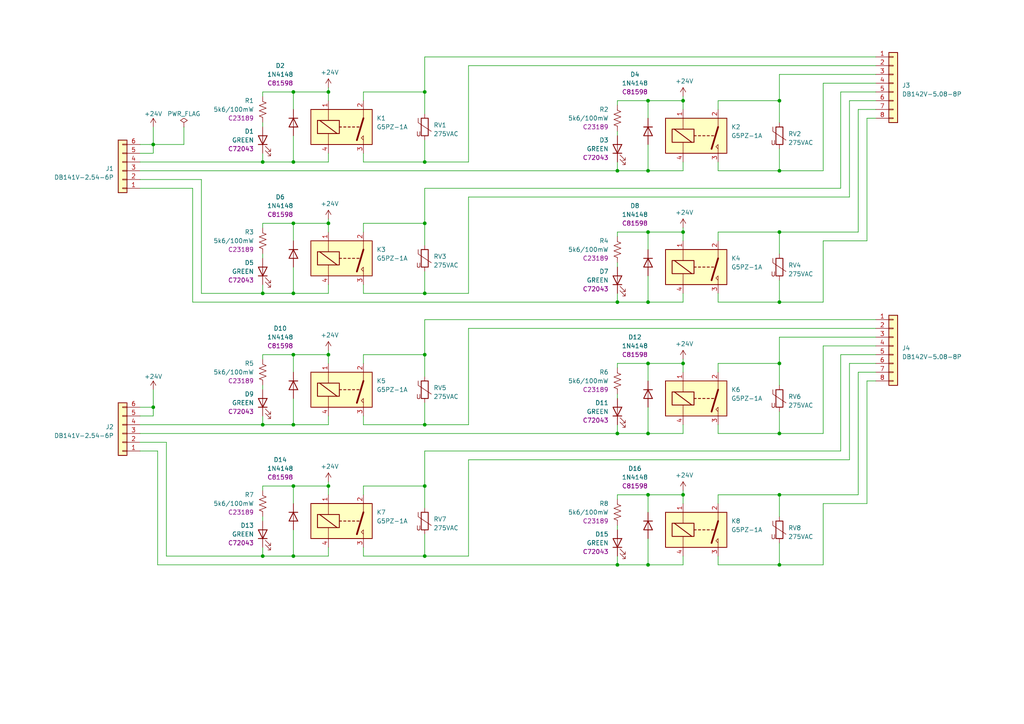
<source format=kicad_sch>
(kicad_sch (version 20230121) (generator eeschema)
  (paper "A4")
  (title_block (title "8x 24V 12A Relay Module") (date "2023-05-20") (rev "V1"))
  (lib_symbols
    (symbol "Connector_Generic:Conn_01x06" (pin_names (offset 1.016) hide)
      (property "Reference" "J" (at 0 7.62 0))
      (property "Value" "Conn_01x06" (at 0 -10.16 0))
      (symbol "Conn_01x06_1_1"
        (rectangle (start -1.27 -7.493) (end 0 -7.747) (stroke (width 0.1524)))
        (rectangle (start -1.27 -4.953) (end 0 -5.207) (stroke (width 0.1524)))
        (rectangle (start -1.27 -2.413) (end 0 -2.667) (stroke (width 0.1524)))
        (rectangle (start -1.27 0.127) (end 0 -0.127) (stroke (width 0.1524)))
        (rectangle (start -1.27 2.667) (end 0 2.413) (stroke (width 0.1524)))
        (rectangle (start -1.27 5.207) (end 0 4.953) (stroke (width 0.1524)))
        (rectangle (start -1.27 6.35) (end 1.27 -8.89) (stroke (width 0.254)) (fill (type background)))
        (pin passive line (at -5.08 5.08 0) (length 3.81) (name "Pin_1") (number "1"))
        (pin passive line (at -5.08 2.54 0) (length 3.81) (name "Pin_2") (number "2"))
        (pin passive line (at -5.08 0 0) (length 3.81) (name "Pin_3") (number "3"))
        (pin passive line (at -5.08 -2.54 0) (length 3.81) (name "Pin_4") (number "4"))
        (pin passive line (at -5.08 -5.08 0) (length 3.81) (name "Pin_5") (number "5"))
        (pin passive line (at -5.08 -7.62 0) (length 3.81) (name "Pin_6") (number "6"))
      )
    )
    (symbol "Connector_Generic:Conn_01x08" (pin_names (offset 1.016) hide)
      (property "Reference" "J" (at 0 10.16 0))
      (property "Value" "Conn_01x08" (at 0 -12.7 0))
      (symbol "Conn_01x08_1_1"
        (rectangle (start -1.27 -10.033) (end 0 -10.287) (stroke (width 0.1524)))
        (rectangle (start -1.27 -7.493) (end 0 -7.747) (stroke (width 0.1524)))
        (rectangle (start -1.27 -4.953) (end 0 -5.207) (stroke (width 0.1524)))
        (rectangle (start -1.27 -2.413) (end 0 -2.667) (stroke (width 0.1524)))
        (rectangle (start -1.27 0.127) (end 0 -0.127) (stroke (width 0.1524)))
        (rectangle (start -1.27 2.667) (end 0 2.413) (stroke (width 0.1524)))
        (rectangle (start -1.27 5.207) (end 0 4.953) (stroke (width 0.1524)))
        (rectangle (start -1.27 7.747) (end 0 7.493) (stroke (width 0.1524)))
        (rectangle (start -1.27 8.89) (end 1.27 -11.43) (stroke (width 0.254)) (fill (type background)))
        (pin passive line (at -5.08 7.62 0) (length 3.81) (name "Pin_1") (number "1"))
        (pin passive line (at -5.08 5.08 0) (length 3.81) (name "Pin_2") (number "2"))
        (pin passive line (at -5.08 2.54 0) (length 3.81) (name "Pin_3") (number "3"))
        (pin passive line (at -5.08 0 0) (length 3.81) (name "Pin_4") (number "4"))
        (pin passive line (at -5.08 -2.54 0) (length 3.81) (name "Pin_5") (number "5"))
        (pin passive line (at -5.08 -5.08 0) (length 3.81) (name "Pin_6") (number "6"))
        (pin passive line (at -5.08 -7.62 0) (length 3.81) (name "Pin_7") (number "7"))
        (pin passive line (at -5.08 -10.16 0) (length 3.81) (name "Pin_8") (number "8"))
      )
    )
    (symbol "Device:D" (pin_numbers hide) (pin_names (offset 1.016) hide)
      (property "Reference" "D" (at 0 2.54 0))
      (property "Value" "D" (at 0 -2.54 0))
      (symbol "D_0_1"
        (polyline (pts (xy -1.27 1.27) (xy -1.27 -1.27)) (stroke (width 0.254)))
        (polyline (pts (xy 1.27 0) (xy -1.27 0)))
        (polyline (pts (xy 1.27 1.27) (xy 1.27 -1.27) (xy -1.27 0) (xy 1.27 1.27)) (stroke (width 0.254)))
      )
      (symbol "D_1_1"
        (pin passive line (at -3.81 0 0) (length 2.54) (name "K") (number "1"))
        (pin passive line (at 3.81 0 180) (length 2.54) (name "A") (number "2"))
      )
    )
    (symbol "Device:LED" (pin_numbers hide) (pin_names (offset 1.016) hide)
      (property "Reference" "D" (at 0 2.54 0))
      (property "Value" "LED" (at 0 -2.54 0))
      (symbol "LED_0_1"
        (polyline (pts (xy -1.27 -1.27) (xy -1.27 1.27)) (stroke (width 0.254)))
        (polyline (pts (xy -1.27 0) (xy 1.27 0)))
        (polyline (pts (xy 1.27 -1.27) (xy 1.27 1.27) (xy -1.27 0) (xy 1.27 -1.27)) (stroke (width 0.254)))
        (polyline (pts (xy -3.048 -0.762) (xy -4.572 -2.286) (xy -3.81 -2.286) (xy -4.572 -2.286) (xy -4.572 -1.524)))
        (polyline (pts (xy -1.778 -0.762) (xy -3.302 -2.286) (xy -2.54 -2.286) (xy -3.302 -2.286) (xy -3.302 -1.524)))
      )
      (symbol "LED_1_1"
        (pin passive line (at -3.81 0 0) (length 2.54) (name "K") (number "1"))
        (pin passive line (at 3.81 0 180) (length 2.54) (name "A") (number "2"))
      )
    )
    (symbol "Device:R_US" (pin_numbers hide) (pin_names (offset 0))
      (property "Reference" "R" (at 2.54 0 90))
      (property "Value" "R_US" (at -2.54 0 90))
      (symbol "R_US_0_1"
        (polyline (pts (xy 0 -2.286) (xy 0 -2.54)))
        (polyline (pts (xy 0 2.286) (xy 0 2.54)))
        (polyline (pts (xy 0 -0.762) (xy 1.016 -1.143) (xy 0 -1.524) (xy -1.016 -1.905) (xy 0 -2.286)))
        (polyline (pts (xy 0 0.762) (xy 1.016 0.381) (xy 0 0) (xy -1.016 -0.381) (xy 0 -0.762)))
        (polyline (pts (xy 0 2.286) (xy 1.016 1.905) (xy 0 1.524) (xy -1.016 1.143) (xy 0 0.762)))
      )
      (symbol "R_US_1_1"
        (pin passive line (at 0 3.81 270) (length 1.27) (name "~") (number "1"))
        (pin passive line (at 0 -3.81 90) (length 1.27) (name "~") (number "2"))
      )
    )
    (symbol "Device:Varistor" (pin_numbers hide) (pin_names (offset 0))
      (property "Reference" "RV" (at 3.175 0 90))
      (property "Value" "Varistor" (at -3.175 0 90))
      (symbol "Varistor_0_0"
        (text "U" (at -1.778 -2.032 0) (effects (font (size 1.27 1.27))))
      )
      (symbol "Varistor_0_1"
        (rectangle (start -1.016 -2.54) (end 1.016 2.54) (stroke (width 0.254)))
        (polyline (pts (xy -1.905 2.54) (xy -1.905 1.27) (xy 1.905 -1.27)))
      )
      (symbol "Varistor_1_1"
        (pin passive line (at 0 3.81 270) (length 1.27) (name "~") (number "1"))
        (pin passive line (at 0 -3.81 90) (length 1.27) (name "~") (number "2"))
      )
    )
    (symbol "Tales:G5PZ-1A"
      (property "Reference" "K" (at 8.89 3.81 0))
      (property "Value" "G5PZ-1A" (at 8.89 1.27 0))
      (symbol "G5PZ-1A_0_0"
        (polyline (pts (xy 5.08 5.08) (xy 5.08 2.54) (xy 4.445 3.175) (xy 5.08 3.81)))
      )
      (symbol "G5PZ-1A_0_1"
        (rectangle (start -10.16 5.08) (end 7.62 -5.08) (stroke (width 0.254)) (fill (type background)))
        (rectangle (start -8.255 1.905) (end -1.905 -1.905) (stroke (width 0.254)))
        (polyline (pts (xy -7.62 -1.905) (xy -2.54 1.905)) (stroke (width 0.254)))
        (polyline (pts (xy -5.08 -5.08) (xy -5.08 -1.905)))
        (polyline (pts (xy -5.08 5.08) (xy -5.08 1.905)))
        (polyline (pts (xy -1.905 0) (xy -1.27 0)) (stroke (width 0.254)))
        (polyline (pts (xy -0.635 0) (xy 0 0)) (stroke (width 0.254)))
        (polyline (pts (xy 0.635 0) (xy 1.27 0)) (stroke (width 0.254)))
        (polyline (pts (xy 1.905 0) (xy 2.54 0)) (stroke (width 0.254)))
        (polyline (pts (xy 3.175 0) (xy 3.81 0)) (stroke (width 0.254)))
        (polyline (pts (xy 5.08 -2.54) (xy 3.175 3.81)) (stroke (width 0.508)))
        (polyline (pts (xy 5.08 -2.54) (xy 5.08 -5.08)))
      )
      (symbol "G5PZ-1A_1_1"
        (pin passive line (at -5.08 -7.62 90) (length 2.54) (name "~") (number "1"))
        (pin passive line (at 5.08 -7.62 90) (length 2.54) (name "~") (number "2"))
        (pin passive line (at 5.08 7.62 270) (length 2.54) (name "~") (number "3"))
        (pin passive line (at -5.08 7.62 270) (length 2.54) (name "~") (number "4"))
      )
    )
    (symbol "power:+24V" (power) (pin_names (offset 0))
      (property "Value" "+24V" (at 0 3.556 0))
      (symbol "+24V_0_1"
        (polyline (pts (xy -0.762 1.27) (xy 0 2.54)))
        (polyline (pts (xy 0 0) (xy 0 2.54)))
        (polyline (pts (xy 0 2.54) (xy 0.762 1.27)))
      )
      (symbol "+24V_1_1"
        (pin power_in line (at 0 0 90) (length 0) hide (name "+24V") (number "1"))
      )
    )
    (symbol "power:PWR_FLAG" (power) (pin_numbers hide) (pin_names (offset 0) hide)
      (property "Value" "PWR_FLAG" (at 0 3.81 0))
      (symbol "PWR_FLAG_0_0"
        (pin power_out line (at 0 0 90) (length 0) (name "pwr") (number "1"))
      )
      (symbol "PWR_FLAG_0_1"
        (polyline (pts (xy 0 0) (xy 0 1.27) (xy -1.016 1.905) (xy 0 2.54) (xy 1.016 1.905) (xy 0 1.27)))
      )
    )
  )
  (junction (at 226.06 105.41))
  (junction (at 187.96 163.83))
  (junction (at 198.12 105.41))
  (junction (at 123.19 140.97))
  (junction (at 76.2 85.09))
  (junction (at 198.12 29.21))
  (junction (at 187.96 125.73))
  (junction (at 95.25 102.87))
  (junction (at 44.45 41.91))
  (junction (at 123.19 161.29))
  (junction (at 123.19 64.77))
  (junction (at 187.96 49.53))
  (junction (at 226.06 125.73))
  (junction (at 226.06 49.53))
  (junction (at 226.06 67.31))
  (junction (at 76.2 161.29))
  (junction (at 179.07 163.83))
  (junction (at 187.96 67.31))
  (junction (at 85.09 85.09))
  (junction (at 179.07 125.73))
  (junction (at 95.25 64.77))
  (junction (at 85.09 123.19))
  (junction (at 85.09 64.77))
  (junction (at 123.19 46.99))
  (junction (at 76.2 123.19))
  (junction (at 85.09 26.67))
  (junction (at 85.09 140.97))
  (junction (at 44.45 118.11))
  (junction (at 226.06 143.51))
  (junction (at 95.25 140.97))
  (junction (at 95.25 26.67))
  (junction (at 226.06 87.63))
  (junction (at 85.09 161.29))
  (junction (at 226.06 163.83))
  (junction (at 187.96 143.51))
  (junction (at 123.19 102.87))
  (junction (at 226.06 29.21))
  (junction (at 179.07 49.53))
  (junction (at 198.12 143.51))
  (junction (at 179.07 87.63))
  (junction (at 187.96 87.63))
  (junction (at 85.09 102.87))
  (junction (at 198.12 67.31))
  (junction (at 123.19 85.09))
  (junction (at 123.19 26.67))
  (junction (at 85.09 46.99))
  (junction (at 187.96 105.41))
  (junction (at 187.96 29.21))
  (junction (at 123.19 123.19))
  (junction (at 76.2 46.99))
  (wire (pts (xy 135.89 133.35) (xy 135.89 161.29)))
  (wire (pts (xy 238.76 125.73) (xy 226.06 125.73)))
  (wire (pts (xy 76.2 46.99) (xy 85.09 46.99)))
  (wire (pts (xy 45.72 130.81) (xy 40.64 130.81)))
  (wire (pts (xy 123.19 16.51) (xy 123.19 26.67)))
  (wire (pts (xy 76.2 140.97) (xy 76.2 142.24)))
  (wire (pts (xy 123.19 85.09) (xy 105.41 85.09)))
  (wire (pts (xy 135.89 161.29) (xy 123.19 161.29)))
  (wire (pts (xy 58.42 85.09) (xy 76.2 85.09)))
  (wire (pts (xy 95.25 63.5) (xy 95.25 64.77)))
  (wire (pts (xy 179.07 38.1) (xy 179.07 39.37)))
  (wire (pts (xy 123.19 109.22) (xy 123.19 102.87)))
  (wire (pts (xy 243.84 130.81) (xy 243.84 102.87)))
  (wire (pts (xy 95.25 82.55) (xy 95.25 85.09)))
  (wire (pts (xy 179.07 161.29) (xy 179.07 163.83)))
  (wire (pts (xy 76.2 82.55) (xy 76.2 85.09)))
  (wire (pts (xy 208.28 161.29) (xy 208.28 163.83)))
  (wire (pts (xy 135.89 19.05) (xy 135.89 46.99)))
  (wire (pts (xy 123.19 130.81) (xy 243.84 130.81)))
  (wire (pts (xy 226.06 125.73) (xy 208.28 125.73)))
  (wire (pts (xy 123.19 154.94) (xy 123.19 161.29)))
  (wire (pts (xy 198.12 142.24) (xy 198.12 143.51)))
  (wire (pts (xy 187.96 163.83) (xy 198.12 163.83)))
  (wire (pts (xy 187.96 80.01) (xy 187.96 87.63)))
  (wire (pts (xy 187.96 49.53) (xy 198.12 49.53)))
  (wire (pts (xy 208.28 67.31) (xy 208.28 69.85)))
  (wire (pts (xy 238.76 146.05) (xy 251.46 146.05)))
  (wire (pts (xy 187.96 118.11) (xy 187.96 125.73)))
  (wire (pts (xy 40.64 118.11) (xy 44.45 118.11)))
  (wire (pts (xy 243.84 54.61) (xy 243.84 26.67)))
  (wire (pts (xy 85.09 31.75) (xy 85.09 26.67)))
  (wire (pts (xy 226.06 163.83) (xy 208.28 163.83)))
  (wire (pts (xy 198.12 46.99) (xy 198.12 49.53)))
  (wire (pts (xy 44.45 41.91) (xy 44.45 36.83)))
  (wire (pts (xy 40.64 46.99) (xy 76.2 46.99)))
  (wire (pts (xy 179.07 67.31) (xy 179.07 68.58)))
  (wire (pts (xy 208.28 29.21) (xy 208.28 31.75)))
  (wire (pts (xy 179.07 123.19) (xy 179.07 125.73)))
  (wire (pts (xy 85.09 161.29) (xy 95.25 161.29)))
  (wire (pts (xy 226.06 111.76) (xy 226.06 105.41)))
  (wire (pts (xy 123.19 46.99) (xy 105.41 46.99)))
  (wire (pts (xy 135.89 85.09) (xy 123.19 85.09)))
  (wire (pts (xy 135.89 57.15) (xy 246.38 57.15)))
  (wire (pts (xy 198.12 27.94) (xy 198.12 29.21)))
  (wire (pts (xy 85.09 26.67) (xy 95.25 26.67)))
  (wire (pts (xy 187.96 148.59) (xy 187.96 143.51)))
  (wire (pts (xy 40.64 120.65) (xy 44.45 120.65)))
  (wire (pts (xy 248.92 67.31) (xy 248.92 31.75)))
  (wire (pts (xy 95.25 140.97) (xy 95.25 143.51)))
  (wire (pts (xy 85.09 140.97) (xy 95.25 140.97)))
  (wire (pts (xy 58.42 85.09) (xy 58.42 52.07)))
  (wire (pts (xy 76.2 64.77) (xy 76.2 66.04)))
  (wire (pts (xy 85.09 146.05) (xy 85.09 140.97)))
  (wire (pts (xy 105.41 140.97) (xy 105.41 143.51)))
  (wire (pts (xy 226.06 73.66) (xy 226.06 67.31)))
  (wire (pts (xy 208.28 143.51) (xy 208.28 146.05)))
  (wire (pts (xy 198.12 123.19) (xy 198.12 125.73)))
  (wire (pts (xy 76.2 64.77) (xy 85.09 64.77)))
  (wire (pts (xy 179.07 125.73) (xy 187.96 125.73)))
  (wire (pts (xy 198.12 67.31) (xy 198.12 69.85)))
  (wire (pts (xy 208.28 105.41) (xy 208.28 107.95)))
  (wire (pts (xy 246.38 29.21) (xy 254 29.21)))
  (wire (pts (xy 179.07 87.63) (xy 187.96 87.63)))
  (wire (pts (xy 208.28 29.21) (xy 226.06 29.21)))
  (wire (pts (xy 226.06 119.38) (xy 226.06 125.73)))
  (wire (pts (xy 251.46 110.49) (xy 254 110.49)))
  (wire (pts (xy 123.19 16.51) (xy 254 16.51)))
  (wire (pts (xy 226.06 49.53) (xy 208.28 49.53)))
  (wire (pts (xy 226.06 43.18) (xy 226.06 49.53)))
  (wire (pts (xy 105.41 158.75) (xy 105.41 161.29)))
  (wire (pts (xy 95.25 44.45) (xy 95.25 46.99)))
  (wire (pts (xy 187.96 29.21) (xy 198.12 29.21)))
  (wire (pts (xy 226.06 21.59) (xy 226.06 29.21)))
  (wire (pts (xy 135.89 95.25) (xy 254 95.25)))
  (wire (pts (xy 76.2 26.67) (xy 85.09 26.67)))
  (wire (pts (xy 179.07 29.21) (xy 179.07 30.48)))
  (wire (pts (xy 85.09 102.87) (xy 95.25 102.87)))
  (wire (pts (xy 226.06 143.51) (xy 248.92 143.51)))
  (wire (pts (xy 179.07 105.41) (xy 179.07 106.68)))
  (wire (pts (xy 187.96 34.29) (xy 187.96 29.21)))
  (wire (pts (xy 105.41 120.65) (xy 105.41 123.19)))
  (wire (pts (xy 40.64 125.73) (xy 179.07 125.73)))
  (wire (pts (xy 95.25 102.87) (xy 95.25 105.41)))
  (wire (pts (xy 55.88 87.63) (xy 179.07 87.63)))
  (wire (pts (xy 248.92 31.75) (xy 254 31.75)))
  (wire (pts (xy 179.07 29.21) (xy 187.96 29.21)))
  (wire (pts (xy 123.19 92.71) (xy 254 92.71)))
  (wire (pts (xy 85.09 123.19) (xy 95.25 123.19)))
  (wire (pts (xy 76.2 26.67) (xy 76.2 27.94)))
  (wire (pts (xy 179.07 143.51) (xy 187.96 143.51)))
  (wire (pts (xy 95.25 158.75) (xy 95.25 161.29)))
  (wire (pts (xy 187.96 72.39) (xy 187.96 67.31)))
  (wire (pts (xy 95.25 101.6) (xy 95.25 102.87)))
  (wire (pts (xy 187.96 67.31) (xy 198.12 67.31)))
  (wire (pts (xy 187.96 143.51) (xy 198.12 143.51)))
  (wire (pts (xy 76.2 123.19) (xy 85.09 123.19)))
  (wire (pts (xy 105.41 140.97) (xy 123.19 140.97)))
  (wire (pts (xy 105.41 64.77) (xy 123.19 64.77)))
  (wire (pts (xy 187.96 125.73) (xy 198.12 125.73)))
  (wire (pts (xy 123.19 116.84) (xy 123.19 123.19)))
  (wire (pts (xy 95.25 26.67) (xy 95.25 29.21)))
  (wire (pts (xy 58.42 52.07) (xy 40.64 52.07)))
  (wire (pts (xy 135.89 133.35) (xy 246.38 133.35)))
  (wire (pts (xy 226.06 97.79) (xy 226.06 105.41)))
  (wire (pts (xy 208.28 67.31) (xy 226.06 67.31)))
  (wire (pts (xy 40.64 49.53) (xy 179.07 49.53)))
  (wire (pts (xy 48.26 128.27) (xy 48.26 161.29)))
  (wire (pts (xy 243.84 26.67) (xy 254 26.67)))
  (wire (pts (xy 123.19 123.19) (xy 105.41 123.19)))
  (wire (pts (xy 226.06 157.48) (xy 226.06 163.83)))
  (wire (pts (xy 76.2 35.56) (xy 76.2 36.83)))
  (wire (pts (xy 123.19 147.32) (xy 123.19 140.97)))
  (wire (pts (xy 198.12 85.09) (xy 198.12 87.63)))
  (wire (pts (xy 251.46 146.05) (xy 251.46 110.49)))
  (wire (pts (xy 243.84 102.87) (xy 254 102.87)))
  (wire (pts (xy 135.89 19.05) (xy 254 19.05)))
  (wire (pts (xy 246.38 133.35) (xy 246.38 105.41)))
  (wire (pts (xy 187.96 110.49) (xy 187.96 105.41)))
  (wire (pts (xy 76.2 102.87) (xy 76.2 104.14)))
  (wire (pts (xy 226.06 21.59) (xy 254 21.59)))
  (wire (pts (xy 76.2 120.65) (xy 76.2 123.19)))
  (wire (pts (xy 45.72 163.83) (xy 179.07 163.83)))
  (wire (pts (xy 123.19 71.12) (xy 123.19 64.77)))
  (wire (pts (xy 238.76 146.05) (xy 238.76 163.83)))
  (wire (pts (xy 105.41 64.77) (xy 105.41 67.31)))
  (wire (pts (xy 95.25 25.4) (xy 95.25 26.67)))
  (wire (pts (xy 179.07 67.31) (xy 187.96 67.31)))
  (wire (pts (xy 105.41 44.45) (xy 105.41 46.99)))
  (wire (pts (xy 123.19 33.02) (xy 123.19 26.67)))
  (wire (pts (xy 123.19 78.74) (xy 123.19 85.09)))
  (wire (pts (xy 198.12 66.04) (xy 198.12 67.31)))
  (wire (pts (xy 238.76 163.83) (xy 226.06 163.83)))
  (wire (pts (xy 238.76 49.53) (xy 226.06 49.53)))
  (wire (pts (xy 44.45 41.91) (xy 44.45 44.45)))
  (wire (pts (xy 123.19 40.64) (xy 123.19 46.99)))
  (wire (pts (xy 208.28 85.09) (xy 208.28 87.63)))
  (wire (pts (xy 238.76 24.13) (xy 238.76 49.53)))
  (wire (pts (xy 187.96 156.21) (xy 187.96 163.83)))
  (wire (pts (xy 179.07 163.83) (xy 187.96 163.83)))
  (wire (pts (xy 53.34 36.83) (xy 53.34 41.91)))
  (wire (pts (xy 85.09 153.67) (xy 85.09 161.29)))
  (wire (pts (xy 179.07 114.3) (xy 179.07 115.57)))
  (wire (pts (xy 85.09 64.77) (xy 95.25 64.77)))
  (wire (pts (xy 85.09 77.47) (xy 85.09 85.09)))
  (wire (pts (xy 40.64 44.45) (xy 44.45 44.45)))
  (wire (pts (xy 179.07 46.99) (xy 179.07 49.53)))
  (wire (pts (xy 85.09 69.85) (xy 85.09 64.77)))
  (wire (pts (xy 85.09 107.95) (xy 85.09 102.87)))
  (wire (pts (xy 208.28 143.51) (xy 226.06 143.51)))
  (wire (pts (xy 85.09 85.09) (xy 95.25 85.09)))
  (wire (pts (xy 187.96 41.91) (xy 187.96 49.53)))
  (wire (pts (xy 179.07 143.51) (xy 179.07 144.78)))
  (wire (pts (xy 238.76 100.33) (xy 238.76 125.73)))
  (wire (pts (xy 238.76 87.63) (xy 226.06 87.63)))
  (wire (pts (xy 44.45 120.65) (xy 44.45 118.11)))
  (wire (pts (xy 226.06 35.56) (xy 226.06 29.21)))
  (wire (pts (xy 187.96 105.41) (xy 198.12 105.41)))
  (wire (pts (xy 123.19 161.29) (xy 105.41 161.29)))
  (wire (pts (xy 179.07 85.09) (xy 179.07 87.63)))
  (wire (pts (xy 48.26 161.29) (xy 76.2 161.29)))
  (wire (pts (xy 123.19 92.71) (xy 123.19 102.87)))
  (wire (pts (xy 248.92 107.95) (xy 254 107.95)))
  (wire (pts (xy 208.28 46.99) (xy 208.28 49.53)))
  (wire (pts (xy 76.2 111.76) (xy 76.2 113.03)))
  (wire (pts (xy 246.38 105.41) (xy 254 105.41)))
  (wire (pts (xy 251.46 69.85) (xy 251.46 34.29)))
  (wire (pts (xy 238.76 69.85) (xy 238.76 87.63)))
  (wire (pts (xy 238.76 24.13) (xy 254 24.13)))
  (wire (pts (xy 55.88 54.61) (xy 40.64 54.61)))
  (wire (pts (xy 105.41 26.67) (xy 105.41 29.21)))
  (wire (pts (xy 95.25 120.65) (xy 95.25 123.19)))
  (wire (pts (xy 53.34 41.91) (xy 44.45 41.91)))
  (wire (pts (xy 76.2 161.29) (xy 85.09 161.29)))
  (wire (pts (xy 85.09 115.57) (xy 85.09 123.19)))
  (wire (pts (xy 208.28 123.19) (xy 208.28 125.73)))
  (wire (pts (xy 76.2 73.66) (xy 76.2 74.93)))
  (wire (pts (xy 187.96 87.63) (xy 198.12 87.63)))
  (wire (pts (xy 76.2 158.75) (xy 76.2 161.29)))
  (wire (pts (xy 226.06 149.86) (xy 226.06 143.51)))
  (wire (pts (xy 226.06 67.31) (xy 248.92 67.31)))
  (wire (pts (xy 85.09 46.99) (xy 95.25 46.99)))
  (wire (pts (xy 40.64 123.19) (xy 76.2 123.19)))
  (wire (pts (xy 198.12 29.21) (xy 198.12 31.75)))
  (wire (pts (xy 40.64 41.91) (xy 44.45 41.91)))
  (wire (pts (xy 198.12 143.51) (xy 198.12 146.05)))
  (wire (pts (xy 76.2 85.09) (xy 85.09 85.09)))
  (wire (pts (xy 238.76 69.85) (xy 251.46 69.85)))
  (wire (pts (xy 248.92 143.51) (xy 248.92 107.95)))
  (wire (pts (xy 179.07 152.4) (xy 179.07 153.67)))
  (wire (pts (xy 76.2 102.87) (xy 85.09 102.87)))
  (wire (pts (xy 123.19 54.61) (xy 123.19 64.77)))
  (wire (pts (xy 179.07 49.53) (xy 187.96 49.53)))
  (wire (pts (xy 55.88 87.63) (xy 55.88 54.61)))
  (wire (pts (xy 226.06 87.63) (xy 208.28 87.63)))
  (wire (pts (xy 179.07 76.2) (xy 179.07 77.47)))
  (wire (pts (xy 95.25 64.77) (xy 95.25 67.31)))
  (wire (pts (xy 198.12 105.41) (xy 198.12 107.95)))
  (wire (pts (xy 246.38 57.15) (xy 246.38 29.21)))
  (wire (pts (xy 208.28 105.41) (xy 226.06 105.41)))
  (wire (pts (xy 76.2 149.86) (xy 76.2 151.13)))
  (wire (pts (xy 105.41 26.67) (xy 123.19 26.67)))
  (wire (pts (xy 251.46 34.29) (xy 254 34.29)))
  (wire (pts (xy 76.2 140.97) (xy 85.09 140.97)))
  (wire (pts (xy 105.41 102.87) (xy 105.41 105.41)))
  (wire (pts (xy 135.89 46.99) (xy 123.19 46.99)))
  (wire (pts (xy 226.06 97.79) (xy 254 97.79)))
  (wire (pts (xy 198.12 161.29) (xy 198.12 163.83)))
  (wire (pts (xy 123.19 54.61) (xy 243.84 54.61)))
  (wire (pts (xy 135.89 57.15) (xy 135.89 85.09)))
  (wire (pts (xy 179.07 105.41) (xy 187.96 105.41)))
  (wire (pts (xy 44.45 118.11) (xy 44.45 113.03)))
  (wire (pts (xy 198.12 104.14) (xy 198.12 105.41)))
  (wire (pts (xy 238.76 100.33) (xy 254 100.33)))
  (wire (pts (xy 135.89 123.19) (xy 123.19 123.19)))
  (wire (pts (xy 76.2 44.45) (xy 76.2 46.99)))
  (wire (pts (xy 85.09 39.37) (xy 85.09 46.99)))
  (wire (pts (xy 95.25 139.7) (xy 95.25 140.97)))
  (wire (pts (xy 105.41 102.87) (xy 123.19 102.87)))
  (wire (pts (xy 45.72 130.81) (xy 45.72 163.83)))
  (wire (pts (xy 123.19 130.81) (xy 123.19 140.97)))
  (wire (pts (xy 226.06 81.28) (xy 226.06 87.63)))
  (wire (pts (xy 48.26 128.27) (xy 40.64 128.27)))
  (wire (pts (xy 135.89 95.25) (xy 135.89 123.19)))
  (wire (pts (xy 105.41 82.55) (xy 105.41 85.09)))
  (symbol (lib_id "Device:LED") (at 76.2 154.94 90) (unit 1)
    (property "Reference" "D13" (at 73.66 152.4 90) (effects (justify left)))
    (property "Value" "GREEN" (at 73.66 154.94 90) (effects (justify left)))
    (property "Footprint" "Tales:LED_0603_1608Metric" (effects hide))
    (property "Mfr" "Everlight" (effects hide))
    (property "Mfr PN" "19-217/GHC-YR1S2/3T" (effects hide))
    (property "Vendor" "JLCPCB" (effects hide))
    (property "Vendor PN" "C72043" (effects hide))
    (property "LCSC Part #" "C72043" (at 73.66 157.48 90) (effects (justify left)))
    (property "JLCPCB BOM" "1" (effects hide))
    (property "Package" "0603/1608" (effects hide))
  )
  (symbol (lib_id "power:+24V") (at 95.25 25.4 0) (unit 1)
    (property "Reference" "#PWR0109" (effects hide))
    (property "Value" "+24V" (at 95.631 21.0058 0))
  )
  (symbol (lib_id "Device:Varistor") (at 123.19 113.03 0) (unit 1)
    (property "Reference" "RV5" (at 125.73 112.4942 0) (effects (justify left)))
    (property "Value" "275VAC" (at 125.73 115.0342 0) (effects (justify left)))
    (property "Footprint" "Tales:RV_Disc_D9.50mm_W3.6mm_P5.08mm" (effects hide))
    (property "Mfr" "Dersonic" (effects hide))
    (property "Mfr PN" "RM07D431KC1IE100" (effects hide))
    (property "Technology" "MOV" (effects hide))
    (property "Vendor" "JLCPCB" (effects hide))
    (property "Vendor PN" "C2761646" (effects hide))
    (property "JLCPCB BOM" "1" (effects hide))
    (property "Package" "9.5x5.08mm" (effects hide))
    (property "LCSC Part #" "C2761646" (effects hide))
  )
  (symbol (lib_id "Device:LED") (at 179.07 81.28 90) (unit 1)
    (property "Reference" "D7" (at 176.53 78.74 90) (effects (justify left)))
    (property "Value" "GREEN" (at 176.53 81.28 90) (effects (justify left)))
    (property "Footprint" "Tales:LED_0603_1608Metric" (effects hide))
    (property "Mfr" "Everlight" (effects hide))
    (property "Mfr PN" "19-217/GHC-YR1S2/3T" (effects hide))
    (property "Vendor" "JLCPCB" (effects hide))
    (property "Vendor PN" "C72043" (effects hide))
    (property "LCSC Part #" "C72043" (at 176.53 83.82 90) (effects (justify left)))
    (property "JLCPCB BOM" "1" (effects hide))
    (property "Package" "0603/1608" (effects hide))
  )
  (symbol (lib_id "Tales:G5PZ-1A") (at 100.33 151.13 0) (mirror x) (unit 1)
    (property "Reference" "K7" (at 109.22 148.59 0) (effects (justify left)))
    (property "Value" "G5PZ-1A" (at 109.22 151.13 0) (effects (justify left)))
    (property "Footprint" "Tales:Relay_SPST_Omron_G5PZ-1A" (effects hide))
    (property "Mfr" "Omron" (effects hide))
    (property "Mfr PN" "G5PZ-1A" (effects hide))
    (property "Vendor" "Mouser" (effects hide))
    (property "Vendor PN" "653-G5PZ-1ADC24" (effects hide))
    (property "JLCPCB BOM" "0" (effects hide))
  )
  (symbol (lib_id "Tales:G5PZ-1A") (at 100.33 74.93 0) (mirror x) (unit 1)
    (property "Reference" "K3" (at 109.22 72.39 0) (effects (justify left)))
    (property "Value" "G5PZ-1A" (at 109.22 74.93 0) (effects (justify left)))
    (property "Footprint" "Tales:Relay_SPST_Omron_G5PZ-1A" (effects hide))
    (property "Mfr" "Omron" (effects hide))
    (property "Mfr PN" "G5PZ-1A" (effects hide))
    (property "Vendor" "Mouser" (effects hide))
    (property "Vendor PN" "653-G5PZ-1ADC24" (effects hide))
    (property "JLCPCB BOM" "0" (effects hide))
  )
  (symbol (lib_id "Device:R_US") (at 179.07 110.49 0) (unit 1)
    (property "Reference" "R6" (at 176.53 107.95 0) (effects (justify right)))
    (property "Value" "5k6/100mW" (at 176.53 110.49 0) (effects (justify right)))
    (property "Footprint" "Tales:R_0603_1608Metric" (effects hide))
    (property "Mfr" "Uniroyal" (effects hide))
    (property "Vendor" "JLCPCB" (effects hide))
    (property "Mfr PN" "0603WAF5601T5E" (effects hide))
    (property "Vendor PN" "C23189" (effects hide))
    (property "LCSC Part #" "C23189" (at 176.53 113.03 0) (effects (justify right)))
    (property "JLCPCB BOM" "1" (effects hide))
    (property "Package" "0603/1608" (effects hide))
  )
  (symbol (lib_id "Device:D") (at 85.09 35.56 270) (unit 1)
    (property "Reference" "D2" (at 81.28 19.05 90))
    (property "Value" "1N4148" (at 81.28 21.59 90))
    (property "Footprint" "Tales:D_SOD-123" (effects hide))
    (property "Vendor" "JLCPCB" (effects hide))
    (property "Mfr" "Semtech" (effects hide))
    (property "Mfr PN" "1N4148W" (effects hide))
    (property "Vendor PN" "C81598" (effects hide))
    (property "LCSC Part #" "C81598" (at 81.28 24.13 90))
    (property "JLCPCB BOM" "1" (effects hide))
    (property "Package" "SOD-123" (effects hide))
  )
  (symbol (lib_id "power:+24V") (at 198.12 142.24 0) (unit 1)
    (property "Reference" "#PWR0101" (effects hide))
    (property "Value" "+24V" (at 198.501 137.8458 0))
  )
  (symbol (lib_id "Device:D") (at 187.96 114.3 270) (unit 1)
    (property "Reference" "D12" (at 184.15 97.79 90))
    (property "Value" "1N4148" (at 184.15 100.33 90))
    (property "Footprint" "Tales:D_SOD-123" (effects hide))
    (property "Vendor" "JLCPCB" (effects hide))
    (property "Mfr" "Semtech" (effects hide))
    (property "Mfr PN" "1N4148W" (effects hide))
    (property "Vendor PN" "C81598" (effects hide))
    (property "LCSC Part #" "C81598" (at 184.15 102.87 90))
    (property "JLCPCB BOM" "1" (effects hide))
    (property "Package" "SOD-123" (effects hide))
  )
  (symbol (lib_id "Device:R_US") (at 179.07 148.59 0) (unit 1)
    (property "Reference" "R8" (at 176.53 146.05 0) (effects (justify right)))
    (property "Value" "5k6/100mW" (at 176.53 148.59 0) (effects (justify right)))
    (property "Footprint" "Tales:R_0603_1608Metric" (effects hide))
    (property "Mfr" "Uniroyal" (effects hide))
    (property "Vendor" "JLCPCB" (effects hide))
    (property "Mfr PN" "0603WAF5601T5E" (effects hide))
    (property "Vendor PN" "C23189" (effects hide))
    (property "LCSC Part #" "C23189" (at 176.53 151.13 0) (effects (justify right)))
    (property "JLCPCB BOM" "1" (effects hide))
    (property "Package" "0603/1608" (effects hide))
  )
  (symbol (lib_id "power:+24V") (at 95.25 101.6 0) (unit 1)
    (property "Reference" "#PWR0105" (effects hide))
    (property "Value" "+24V" (at 95.631 97.2058 0))
  )
  (symbol (lib_id "Device:LED") (at 76.2 116.84 90) (unit 1)
    (property "Reference" "D9" (at 73.66 114.3 90) (effects (justify left)))
    (property "Value" "GREEN" (at 73.66 116.84 90) (effects (justify left)))
    (property "Footprint" "Tales:LED_0603_1608Metric" (effects hide))
    (property "Mfr" "Everlight" (effects hide))
    (property "Mfr PN" "19-217/GHC-YR1S2/3T" (effects hide))
    (property "Vendor" "JLCPCB" (effects hide))
    (property "Vendor PN" "C72043" (effects hide))
    (property "LCSC Part #" "C72043" (at 73.66 119.38 90) (effects (justify left)))
    (property "JLCPCB BOM" "1" (effects hide))
    (property "Package" "0603/1608" (effects hide))
  )
  (symbol (lib_id "Device:R_US") (at 76.2 31.75 0) (unit 1)
    (property "Reference" "R1" (at 73.66 29.21 0) (effects (justify right)))
    (property "Value" "5k6/100mW" (at 73.66 31.75 0) (effects (justify right)))
    (property "Footprint" "Tales:R_0603_1608Metric" (effects hide))
    (property "Mfr" "Uniroyal" (effects hide))
    (property "Vendor" "JLCPCB" (effects hide))
    (property "Mfr PN" "0603WAF5601T5E" (effects hide))
    (property "Vendor PN" "C23189" (effects hide))
    (property "LCSC Part #" "C23189" (at 73.66 34.29 0) (effects (justify right)))
    (property "JLCPCB BOM" "1" (effects hide))
    (property "Package" "0603/1608" (effects hide))
  )
  (symbol (lib_id "power:+24V") (at 198.12 27.94 0) (unit 1)
    (property "Reference" "#PWR0103" (effects hide))
    (property "Value" "+24V" (at 198.501 23.5458 0))
  )
  (symbol (lib_id "power:PWR_FLAG") (at 53.34 36.83 0) (unit 1)
    (property "Reference" "#FLG0101" (effects hide))
    (property "Value" "PWR_FLAG" (at 53.34 33.02 0))
  )
  (symbol (lib_id "Device:R_US") (at 76.2 107.95 0) (unit 1)
    (property "Reference" "R5" (at 73.66 105.41 0) (effects (justify right)))
    (property "Value" "5k6/100mW" (at 73.66 107.95 0) (effects (justify right)))
    (property "Footprint" "Tales:R_0603_1608Metric" (effects hide))
    (property "Mfr" "Uniroyal" (effects hide))
    (property "Vendor" "JLCPCB" (effects hide))
    (property "Mfr PN" "0603WAF5601T5E" (effects hide))
    (property "Vendor PN" "C23189" (effects hide))
    (property "LCSC Part #" "C23189" (at 73.66 110.49 0) (effects (justify right)))
    (property "JLCPCB BOM" "1" (effects hide))
    (property "Package" "0603/1608" (effects hide))
  )
  (symbol (lib_id "Device:LED") (at 76.2 78.74 90) (unit 1)
    (property "Reference" "D5" (at 73.66 76.2 90) (effects (justify left)))
    (property "Value" "GREEN" (at 73.66 78.74 90) (effects (justify left)))
    (property "Footprint" "Tales:LED_0603_1608Metric" (effects hide))
    (property "Mfr" "Everlight" (effects hide))
    (property "Mfr PN" "19-217/GHC-YR1S2/3T" (effects hide))
    (property "Vendor" "JLCPCB" (effects hide))
    (property "Vendor PN" "C72043" (effects hide))
    (property "LCSC Part #" "C72043" (at 73.66 81.28 90) (effects (justify left)))
    (property "JLCPCB BOM" "1" (effects hide))
    (property "Package" "0603/1608" (effects hide))
  )
  (symbol (lib_id "Device:R_US") (at 76.2 69.85 0) (unit 1)
    (property "Reference" "R3" (at 73.66 67.31 0) (effects (justify right)))
    (property "Value" "5k6/100mW" (at 73.66 69.85 0) (effects (justify right)))
    (property "Footprint" "Tales:R_0603_1608Metric" (effects hide))
    (property "Mfr" "Uniroyal" (effects hide))
    (property "Vendor" "JLCPCB" (effects hide))
    (property "Mfr PN" "0603WAF5601T5E" (effects hide))
    (property "Vendor PN" "C23189" (effects hide))
    (property "LCSC Part #" "C23189" (at 73.66 72.39 0) (effects (justify right)))
    (property "JLCPCB BOM" "1" (effects hide))
    (property "Package" "0603/1608" (effects hide))
  )
  (symbol (lib_id "Tales:G5PZ-1A") (at 203.2 77.47 0) (mirror x) (unit 1)
    (property "Reference" "K4" (at 212.09 74.93 0) (effects (justify left)))
    (property "Value" "G5PZ-1A" (at 212.09 77.47 0) (effects (justify left)))
    (property "Footprint" "Tales:Relay_SPST_Omron_G5PZ-1A" (effects hide))
    (property "Mfr" "Omron" (effects hide))
    (property "Mfr PN" "G5PZ-1A" (effects hide))
    (property "Vendor" "Mouser" (effects hide))
    (property "Vendor PN" "653-G5PZ-1ADC24" (effects hide))
    (property "JLCPCB BOM" "0" (effects hide))
  )
  (symbol (lib_id "Device:LED") (at 179.07 157.48 90) (unit 1)
    (property "Reference" "D15" (at 176.53 154.94 90) (effects (justify left)))
    (property "Value" "GREEN" (at 176.53 157.48 90) (effects (justify left)))
    (property "Footprint" "Tales:LED_0603_1608Metric" (effects hide))
    (property "Mfr" "Everlight" (effects hide))
    (property "Mfr PN" "19-217/GHC-YR1S2/3T" (effects hide))
    (property "Vendor" "JLCPCB" (effects hide))
    (property "Vendor PN" "C72043" (effects hide))
    (property "LCSC Part #" "C72043" (at 176.53 160.02 90) (effects (justify left)))
    (property "JLCPCB BOM" "1" (effects hide))
    (property "Package" "0603/1608" (effects hide))
  )
  (symbol (lib_id "Connector_Generic:Conn_01x08") (at 259.08 100.33 0) (unit 1)
    (property "Reference" "J4" (at 261.62 100.965 0) (effects (justify left)))
    (property "Value" "DB142V-5.08-8P" (at 261.62 103.505 0) (effects (justify left)))
    (property "Footprint" "Tales:TerminalBlock_Dibo_DB142V-5.08-8P_1x08_P5.08mm_Vertical" (effects hide))
    (property "Mfr" "DIBO" (effects hide))
    (property "Mfr PN" "DB142V-5.08-8P" (effects hide))
    (property "Vendor" "JLCPCB" (effects hide))
    (property "Vendor PN" "C2898705" (effects hide))
    (property "JLCPCB BOM" "1" (effects hide))
    (property "LCSC Part #" "C2898705" (effects hide))
  )
  (symbol (lib_id "Device:Varistor") (at 226.06 153.67 0) (unit 1)
    (property "Reference" "RV8" (at 228.6 153.1342 0) (effects (justify left)))
    (property "Value" "275VAC" (at 228.6 155.6742 0) (effects (justify left)))
    (property "Footprint" "Tales:RV_Disc_D9.50mm_W3.6mm_P5.08mm" (effects hide))
    (property "Mfr" "Dersonic" (effects hide))
    (property "Mfr PN" "RM07D431KC1IE100" (effects hide))
    (property "Technology" "MOV" (effects hide))
    (property "Vendor" "JLCPCB" (effects hide))
    (property "Vendor PN" "C2761646" (effects hide))
    (property "JLCPCB BOM" "1" (effects hide))
    (property "Package" "9.5x5.08mm" (effects hide))
    (property "LCSC Part #" "C2761646" (effects hide))
  )
  (symbol (lib_id "Tales:G5PZ-1A") (at 100.33 113.03 0) (mirror x) (unit 1)
    (property "Reference" "K5" (at 109.22 110.49 0) (effects (justify left)))
    (property "Value" "G5PZ-1A" (at 109.22 113.03 0) (effects (justify left)))
    (property "Footprint" "Tales:Relay_SPST_Omron_G5PZ-1A" (effects hide))
    (property "Mfr" "Omron" (effects hide))
    (property "Mfr PN" "G5PZ-1A" (effects hide))
    (property "Vendor" "Mouser" (effects hide))
    (property "Vendor PN" "653-G5PZ-1ADC24" (effects hide))
    (property "JLCPCB BOM" "0" (effects hide))
  )
  (symbol (lib_id "Tales:G5PZ-1A") (at 100.33 36.83 0) (mirror x) (unit 1)
    (property "Reference" "K1" (at 109.22 34.29 0) (effects (justify left)))
    (property "Value" "G5PZ-1A" (at 109.22 36.83 0) (effects (justify left)))
    (property "Footprint" "Tales:Relay_SPST_Omron_G5PZ-1A" (effects hide))
    (property "Mfr" "Omron" (effects hide))
    (property "Mfr PN" "G5PZ-1A" (effects hide))
    (property "Vendor" "Mouser" (effects hide))
    (property "Vendor PN" "653-G5PZ-1ADC24" (effects hide))
    (property "JLCPCB BOM" "0" (effects hide))
  )
  (symbol (lib_id "Device:D") (at 187.96 152.4 270) (unit 1)
    (property "Reference" "D16" (at 184.15 135.89 90))
    (property "Value" "1N4148" (at 184.15 138.43 90))
    (property "Footprint" "Tales:D_SOD-123" (effects hide))
    (property "Vendor" "JLCPCB" (effects hide))
    (property "Mfr" "Semtech" (effects hide))
    (property "Mfr PN" "1N4148W" (effects hide))
    (property "Vendor PN" "C81598" (effects hide))
    (property "LCSC Part #" "C81598" (at 184.15 140.97 90))
    (property "JLCPCB BOM" "1" (effects hide))
    (property "Package" "SOD-123" (effects hide))
  )
  (symbol (lib_id "power:+24V") (at 198.12 66.04 0) (unit 1)
    (property "Reference" "#PWR0102" (effects hide))
    (property "Value" "+24V" (at 198.501 61.6458 0))
  )
  (symbol (lib_id "Device:Varistor") (at 226.06 77.47 0) (unit 1)
    (property "Reference" "RV4" (at 228.6 76.9342 0) (effects (justify left)))
    (property "Value" "275VAC" (at 228.6 79.4742 0) (effects (justify left)))
    (property "Footprint" "Tales:RV_Disc_D9.50mm_W3.6mm_P5.08mm" (effects hide))
    (property "Mfr" "Dersonic" (effects hide))
    (property "Mfr PN" "RM07D431KC1IE100" (effects hide))
    (property "Technology" "MOV" (effects hide))
    (property "Vendor" "JLCPCB" (effects hide))
    (property "Vendor PN" "C2761646" (effects hide))
    (property "JLCPCB BOM" "1" (effects hide))
    (property "Package" "9.5x5.08mm" (effects hide))
    (property "LCSC Part #" "C2761646" (effects hide))
  )
  (symbol (lib_id "power:+24V") (at 44.45 113.03 0) (unit 1)
    (property "Reference" "#PWR01" (effects hide))
    (property "Value" "+24V" (at 44.45 109.22 0))
  )
  (symbol (lib_id "Device:R_US") (at 179.07 72.39 0) (unit 1)
    (property "Reference" "R4" (at 176.53 69.85 0) (effects (justify right)))
    (property "Value" "5k6/100mW" (at 176.53 72.39 0) (effects (justify right)))
    (property "Footprint" "Tales:R_0603_1608Metric" (effects hide))
    (property "Mfr" "Uniroyal" (effects hide))
    (property "Vendor" "JLCPCB" (effects hide))
    (property "Mfr PN" "0603WAF5601T5E" (effects hide))
    (property "Vendor PN" "C23189" (effects hide))
    (property "LCSC Part #" "C23189" (at 176.53 74.93 0) (effects (justify right)))
    (property "JLCPCB BOM" "1" (effects hide))
    (property "Package" "0603/1608" (effects hide))
  )
  (symbol (lib_id "Device:LED") (at 76.2 40.64 90) (unit 1)
    (property "Reference" "D1" (at 73.66 38.1 90) (effects (justify left)))
    (property "Value" "GREEN" (at 73.66 40.64 90) (effects (justify left)))
    (property "Footprint" "Tales:LED_0603_1608Metric" (effects hide))
    (property "Mfr" "Everlight" (effects hide))
    (property "Mfr PN" "19-217/GHC-YR1S2/3T" (effects hide))
    (property "Vendor" "JLCPCB" (effects hide))
    (property "Vendor PN" "C72043" (effects hide))
    (property "LCSC Part #" "C72043" (at 73.66 43.18 90) (effects (justify left)))
    (property "JLCPCB BOM" "1" (effects hide))
    (property "Package" "0603/1608" (effects hide))
  )
  (symbol (lib_id "Device:Varistor") (at 226.06 39.37 0) (unit 1)
    (property "Reference" "RV2" (at 228.6 38.8342 0) (effects (justify left)))
    (property "Value" "275VAC" (at 228.6 41.3742 0) (effects (justify left)))
    (property "Footprint" "Tales:RV_Disc_D9.50mm_W3.6mm_P5.08mm" (effects hide))
    (property "Mfr" "Dersonic" (effects hide))
    (property "Mfr PN" "RM07D431KC1IE100" (effects hide))
    (property "Technology" "MOV" (effects hide))
    (property "Vendor" "JLCPCB" (effects hide))
    (property "Vendor PN" "C2761646" (effects hide))
    (property "JLCPCB BOM" "1" (effects hide))
    (property "Package" "9.5x5.08mm" (effects hide))
    (property "LCSC Part #" "C2761646" (effects hide))
  )
  (symbol (lib_id "Connector_Generic:Conn_01x08") (at 259.08 24.13 0) (unit 1)
    (property "Reference" "J3" (at 261.62 24.765 0) (effects (justify left)))
    (property "Value" "DB142V-5.08-8P" (at 261.62 27.305 0) (effects (justify left)))
    (property "Footprint" "Tales:TerminalBlock_Dibo_DB142V-5.08-8P_1x08_P5.08mm_Vertical" (effects hide))
    (property "Mfr" "DIBO" (effects hide))
    (property "Mfr PN" "DB142V-5.08-8P" (effects hide))
    (property "Vendor" "JLCPCB" (effects hide))
    (property "Vendor PN" "C2898705" (effects hide))
    (property "JLCPCB BOM" "1" (effects hide))
    (property "LCSC Part #" "C2898705" (effects hide))
  )
  (symbol (lib_id "Device:R_US") (at 76.2 146.05 0) (unit 1)
    (property "Reference" "R7" (at 73.66 143.51 0) (effects (justify right)))
    (property "Value" "5k6/100mW" (at 73.66 146.05 0) (effects (justify right)))
    (property "Footprint" "Tales:R_0603_1608Metric" (effects hide))
    (property "Mfr" "Uniroyal" (effects hide))
    (property "Vendor" "JLCPCB" (effects hide))
    (property "Mfr PN" "0603WAF5601T5E" (effects hide))
    (property "Vendor PN" "C23189" (effects hide))
    (property "LCSC Part #" "C23189" (at 73.66 148.59 0) (effects (justify right)))
    (property "JLCPCB BOM" "1" (effects hide))
    (property "Package" "0603/1608" (effects hide))
  )
  (symbol (lib_id "Device:R_US") (at 179.07 34.29 0) (unit 1)
    (property "Reference" "R2" (at 176.53 31.75 0) (effects (justify right)))
    (property "Value" "5k6/100mW" (at 176.53 34.29 0) (effects (justify right)))
    (property "Footprint" "Tales:R_0603_1608Metric" (effects hide))
    (property "Mfr" "Uniroyal" (effects hide))
    (property "Vendor" "JLCPCB" (effects hide))
    (property "Mfr PN" "0603WAF5601T5E" (effects hide))
    (property "Vendor PN" "C23189" (effects hide))
    (property "LCSC Part #" "C23189" (at 176.53 36.83 0) (effects (justify right)))
    (property "JLCPCB BOM" "1" (effects hide))
    (property "Package" "0603/1608" (effects hide))
  )
  (symbol (lib_id "power:+24V") (at 95.25 63.5 0) (unit 1)
    (property "Reference" "#PWR0106" (effects hide))
    (property "Value" "+24V" (at 95.631 59.1058 0))
  )
  (symbol (lib_id "Connector_Generic:Conn_01x06") (at 35.56 49.53 180) (unit 1)
    (property "Reference" "J1" (at 33.02 48.895 0) (effects (justify left)))
    (property "Value" "DB141V-2.54-6P" (at 33.02 51.435 0) (effects (justify left)))
    (property "Footprint" "Tales:TerminalBlock_Dibo_DB141V-2.54-6P_1x06_P2.54mm_Vertical" (effects hide))
    (property "JLCPCB BOM" "1" (effects hide))
    (property "LCSC Part #" "C2898747" (effects hide))
    (property "Mfr" "DIBO" (effects hide))
    (property "Mfr PN" "DB141V-2.54-6P" (effects hide))
    (property "Vendor" "JLCPCB" (effects hide))
    (property "Vendor PN" "C2898747" (effects hide))
  )
  (symbol (lib_id "power:+24V") (at 198.12 104.14 0) (unit 1)
    (property "Reference" "#PWR0104" (effects hide))
    (property "Value" "+24V" (at 198.501 99.7458 0))
  )
  (symbol (lib_id "Device:LED") (at 179.07 119.38 90) (unit 1)
    (property "Reference" "D11" (at 176.53 116.84 90) (effects (justify left)))
    (property "Value" "GREEN" (at 176.53 119.38 90) (effects (justify left)))
    (property "Footprint" "Tales:LED_0603_1608Metric" (effects hide))
    (property "Mfr" "Everlight" (effects hide))
    (property "Mfr PN" "19-217/GHC-YR1S2/3T" (effects hide))
    (property "Vendor" "JLCPCB" (effects hide))
    (property "Vendor PN" "C72043" (effects hide))
    (property "LCSC Part #" "C72043" (at 176.53 121.92 90) (effects (justify left)))
    (property "JLCPCB BOM" "1" (effects hide))
    (property "Package" "0603/1608" (effects hide))
  )
  (symbol (lib_id "Device:Varistor") (at 123.19 151.13 0) (unit 1)
    (property "Reference" "RV7" (at 125.73 150.5942 0) (effects (justify left)))
    (property "Value" "275VAC" (at 125.73 153.1342 0) (effects (justify left)))
    (property "Footprint" "Tales:RV_Disc_D9.50mm_W3.6mm_P5.08mm" (effects hide))
    (property "Mfr" "Dersonic" (effects hide))
    (property "Mfr PN" "RM07D431KC1IE100" (effects hide))
    (property "Technology" "MOV" (effects hide))
    (property "Vendor" "JLCPCB" (effects hide))
    (property "Vendor PN" "C2761646" (effects hide))
    (property "JLCPCB BOM" "1" (effects hide))
    (property "Package" "9.5x5.08mm" (effects hide))
    (property "LCSC Part #" "C2761646" (effects hide))
  )
  (symbol (lib_id "Device:D") (at 85.09 149.86 270) (unit 1)
    (property "Reference" "D14" (at 81.28 133.35 90))
    (property "Value" "1N4148" (at 81.28 135.89 90))
    (property "Footprint" "Tales:D_SOD-123" (effects hide))
    (property "Vendor" "JLCPCB" (effects hide))
    (property "Mfr" "Semtech" (effects hide))
    (property "Mfr PN" "1N4148W" (effects hide))
    (property "Vendor PN" "C81598" (effects hide))
    (property "LCSC Part #" "C81598" (at 81.28 138.43 90))
    (property "JLCPCB BOM" "1" (effects hide))
    (property "Package" "SOD-123" (effects hide))
  )
  (symbol (lib_id "Device:D") (at 187.96 76.2 270) (unit 1)
    (property "Reference" "D8" (at 184.15 59.69 90))
    (property "Value" "1N4148" (at 184.15 62.23 90))
    (property "Footprint" "Tales:D_SOD-123" (effects hide))
    (property "Vendor" "JLCPCB" (effects hide))
    (property "Mfr" "Semtech" (effects hide))
    (property "Mfr PN" "1N4148W" (effects hide))
    (property "Vendor PN" "C81598" (effects hide))
    (property "LCSC Part #" "C81598" (at 184.15 64.77 90))
    (property "JLCPCB BOM" "1" (effects hide))
    (property "Package" "SOD-123" (effects hide))
  )
  (symbol (lib_id "Tales:G5PZ-1A") (at 203.2 153.67 0) (mirror x) (unit 1)
    (property "Reference" "K8" (at 212.09 151.13 0) (effects (justify left)))
    (property "Value" "G5PZ-1A" (at 212.09 153.67 0) (effects (justify left)))
    (property "Footprint" "Tales:Relay_SPST_Omron_G5PZ-1A" (effects hide))
    (property "Mfr" "Omron" (effects hide))
    (property "Mfr PN" "G5PZ-1A" (effects hide))
    (property "Vendor" "Mouser" (effects hide))
    (property "Vendor PN" "653-G5PZ-1ADC24" (effects hide))
    (property "JLCPCB BOM" "0" (effects hide))
  )
  (symbol (lib_id "power:+24V") (at 44.45 36.83 0) (unit 1)
    (property "Reference" "#PWR0108" (effects hide))
    (property "Value" "+24V" (at 44.45 33.02 0))
  )
  (symbol (lib_id "Device:Varistor") (at 226.06 115.57 0) (unit 1)
    (property "Reference" "RV6" (at 228.6 115.0342 0) (effects (justify left)))
    (property "Value" "275VAC" (at 228.6 117.5742 0) (effects (justify left)))
    (property "Footprint" "Tales:RV_Disc_D9.50mm_W3.6mm_P5.08mm" (effects hide))
    (property "Mfr" "Dersonic" (effects hide))
    (property "Mfr PN" "RM07D431KC1IE100" (effects hide))
    (property "Technology" "MOV" (effects hide))
    (property "Vendor" "JLCPCB" (effects hide))
    (property "Vendor PN" "C2761646" (effects hide))
    (property "JLCPCB BOM" "1" (effects hide))
    (property "Package" "9.5x5.08mm" (effects hide))
    (property "LCSC Part #" "C2761646" (effects hide))
  )
  (symbol (lib_id "Connector_Generic:Conn_01x06") (at 35.56 125.73 180) (unit 1)
    (property "Reference" "J2" (at 33.02 123.825 0) (effects (justify left)))
    (property "Value" "DB141V-2.54-6P" (at 33.02 126.365 0) (effects (justify left)))
    (property "Footprint" "Tales:TerminalBlock_Dibo_DB141V-2.54-6P_1x06_P2.54mm_Vertical" (effects hide))
    (property "JLCPCB BOM" "1" (effects hide))
    (property "LCSC Part #" "C2898747" (effects hide))
    (property "Mfr" "DIBO" (effects hide))
    (property "Mfr PN" "DB141V-2.54-6P" (effects hide))
    (property "Vendor" "JLCPCB" (effects hide))
    (property "Vendor PN" "C2898747" (effects hide))
  )
  (symbol (lib_id "power:+24V") (at 95.25 139.7 0) (unit 1)
    (property "Reference" "#PWR0107" (effects hide))
    (property "Value" "+24V" (at 95.631 135.3058 0))
  )
  (symbol (lib_id "Device:D") (at 85.09 73.66 270) (unit 1)
    (property "Reference" "D6" (at 81.28 57.15 90))
    (property "Value" "1N4148" (at 81.28 59.69 90))
    (property "Footprint" "Tales:D_SOD-123" (effects hide))
    (property "Vendor" "JLCPCB" (effects hide))
    (property "Mfr" "Semtech" (effects hide))
    (property "Mfr PN" "1N4148W" (effects hide))
    (property "Vendor PN" "C81598" (effects hide))
    (property "LCSC Part #" "C81598" (at 81.28 62.23 90))
    (property "JLCPCB BOM" "1" (effects hide))
    (property "Package" "SOD-123" (effects hide))
  )
  (symbol (lib_id "Device:LED") (at 179.07 43.18 90) (unit 1)
    (property "Reference" "D3" (at 176.53 40.64 90) (effects (justify left)))
    (property "Value" "GREEN" (at 176.53 43.18 90) (effects (justify left)))
    (property "Footprint" "Tales:LED_0603_1608Metric" (effects hide))
    (property "Mfr" "Everlight" (effects hide))
    (property "Mfr PN" "19-217/GHC-YR1S2/3T" (effects hide))
    (property "Vendor" "JLCPCB" (effects hide))
    (property "Vendor PN" "C72043" (effects hide))
    (property "LCSC Part #" "C72043" (at 176.53 45.72 90) (effects (justify left)))
    (property "JLCPCB BOM" "1" (effects hide))
    (property "Package" "0603/1608" (effects hide))
  )
  (symbol (lib_id "Device:D") (at 187.96 38.1 270) (unit 1)
    (property "Reference" "D4" (at 184.15 21.59 90))
    (property "Value" "1N4148" (at 184.15 24.13 90))
    (property "Footprint" "Tales:D_SOD-123" (effects hide))
    (property "Vendor" "JLCPCB" (effects hide))
    (property "Mfr" "Semtech" (effects hide))
    (property "Mfr PN" "1N4148W" (effects hide))
    (property "Vendor PN" "C81598" (effects hide))
    (property "LCSC Part #" "C81598" (at 184.15 26.67 90))
    (property "JLCPCB BOM" "1" (effects hide))
    (property "Package" "SOD-123" (effects hide))
  )
  (symbol (lib_id "Tales:G5PZ-1A") (at 203.2 115.57 0) (mirror x) (unit 1)
    (property "Reference" "K6" (at 212.09 113.03 0) (effects (justify left)))
    (property "Value" "G5PZ-1A" (at 212.09 115.57 0) (effects (justify left)))
    (property "Footprint" "Tales:Relay_SPST_Omron_G5PZ-1A" (effects hide))
    (property "Mfr" "Omron" (effects hide))
    (property "Mfr PN" "G5PZ-1A" (effects hide))
    (property "Vendor" "Mouser" (effects hide))
    (property "Vendor PN" "653-G5PZ-1ADC24" (effects hide))
    (property "JLCPCB BOM" "0" (effects hide))
  )
  (symbol (lib_id "Device:Varistor") (at 123.19 36.83 0) (unit 1)
    (property "Reference" "RV1" (at 125.73 36.2942 0) (effects (justify left)))
    (property "Value" "275VAC" (at 125.73 38.8342 0) (effects (justify left)))
    (property "Footprint" "Tales:RV_Disc_D9.50mm_W3.6mm_P5.08mm" (effects hide))
    (property "Mfr" "Dersonic" (effects hide))
    (property "Mfr PN" "RM07D431KC1IE100" (effects hide))
    (property "Technology" "MOV" (effects hide))
    (property "Vendor" "JLCPCB" (effects hide))
    (property "Vendor PN" "C2761646" (effects hide))
    (property "JLCPCB BOM" "1" (effects hide))
    (property "Package" "9.5x5.08mm" (effects hide))
    (property "LCSC Part #" "C2761646" (effects hide))
  )
  (symbol (lib_id "Device:Varistor") (at 123.19 74.93 0) (unit 1)
    (property "Reference" "RV3" (at 125.73 74.3942 0) (effects (justify left)))
    (property "Value" "275VAC" (at 125.73 76.9342 0) (effects (justify left)))
    (property "Footprint" "Tales:RV_Disc_D9.50mm_W3.6mm_P5.08mm" (effects hide))
    (property "Mfr" "Dersonic" (effects hide))
    (property "Mfr PN" "RM07D431KC1IE100" (effects hide))
    (property "Technology" "MOV" (effects hide))
    (property "Vendor" "JLCPCB" (effects hide))
    (property "Vendor PN" "C2761646" (effects hide))
    (property "JLCPCB BOM" "1" (effects hide))
    (property "Package" "9.5x5.08mm" (effects hide))
    (property "LCSC Part #" "C2761646" (effects hide))
  )
  (symbol (lib_id "Tales:G5PZ-1A") (at 203.2 39.37 0) (mirror x) (unit 1)
    (property "Reference" "K2" (at 212.09 36.83 0) (effects (justify left)))
    (property "Value" "G5PZ-1A" (at 212.09 39.37 0) (effects (justify left)))
    (property "Footprint" "Tales:Relay_SPST_Omron_G5PZ-1A" (effects hide))
    (property "Mfr" "Omron" (effects hide))
    (property "Mfr PN" "G5PZ-1A" (effects hide))
    (property "Vendor" "Mouser" (effects hide))
    (property "Vendor PN" "653-G5PZ-1ADC24" (effects hide))
    (property "JLCPCB BOM" "0" (effects hide))
  )
  (symbol (lib_id "Device:D") (at 85.09 111.76 270) (unit 1)
    (property "Reference" "D10" (at 81.28 95.25 90))
    (property "Value" "1N4148" (at 81.28 97.79 90))
    (property "Footprint" "Tales:D_SOD-123" (effects hide))
    (property "Vendor" "JLCPCB" (effects hide))
    (property "Mfr" "Semtech" (effects hide))
    (property "Mfr PN" "1N4148W" (effects hide))
    (property "Vendor PN" "C81598" (effects hide))
    (property "LCSC Part #" "C81598" (at 81.28 100.33 90))
    (property "JLCPCB BOM" "1" (effects hide))
    (property "Package" "SOD-123" (effects hide))
  )
)
</source>
